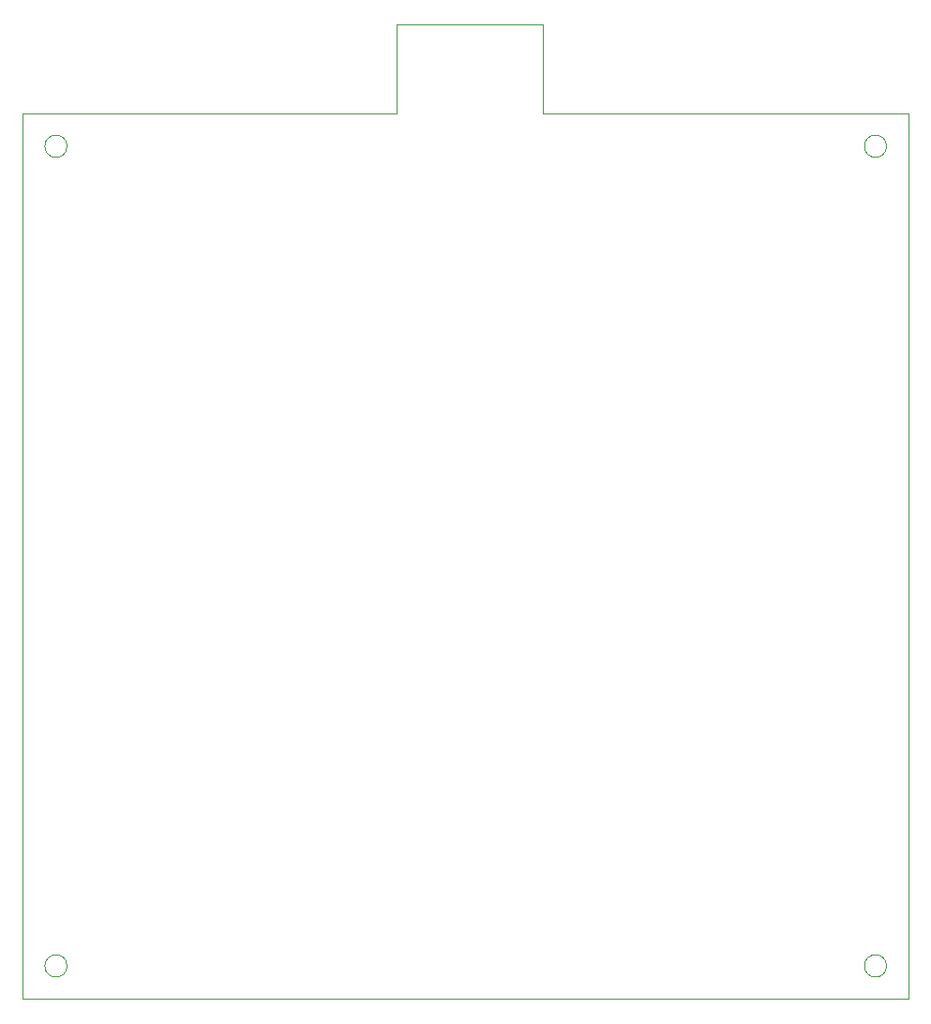
<source format=gbr>
%TF.GenerationSoftware,KiCad,Pcbnew,(5.0.0)*%
%TF.CreationDate,2020-03-23T14:11:06+01:00*%
%TF.ProjectId,Schaltplan_Mainboard,536368616C74706C616E5F4D61696E62,rev?*%
%TF.SameCoordinates,Original*%
%TF.FileFunction,Profile,NP*%
%FSLAX46Y46*%
G04 Gerber Fmt 4.6, Leading zero omitted, Abs format (unit mm)*
G04 Created by KiCad (PCBNEW (5.0.0)) date 03/23/20 14:11:06*
%MOMM*%
%LPD*%
G01*
G04 APERTURE LIST*
%ADD10C,0.100000*%
G04 APERTURE END LIST*
D10*
X172400000Y-64440000D02*
X205400000Y-64440000D01*
X172400000Y-56440000D02*
X159200000Y-56440000D01*
X172400000Y-64440000D02*
X172400000Y-56440000D01*
X125400000Y-64440000D02*
X159200000Y-64440000D01*
X159200000Y-64440000D02*
X159200000Y-56440000D01*
X129400000Y-141450000D02*
G75*
G03X129400000Y-141450000I-1000000J0D01*
G01*
X203410000Y-67440000D02*
G75*
G03X203410000Y-67440000I-1000000J0D01*
G01*
X129400000Y-67440000D02*
G75*
G03X129400000Y-67440000I-1000000J0D01*
G01*
X203410000Y-141450000D02*
G75*
G03X203410000Y-141450000I-1000000J0D01*
G01*
X125400000Y-64440000D02*
X125400000Y-144440000D01*
X125400000Y-144440000D02*
X205400000Y-144440000D01*
X205400000Y-64440000D02*
X205400000Y-144440000D01*
M02*

</source>
